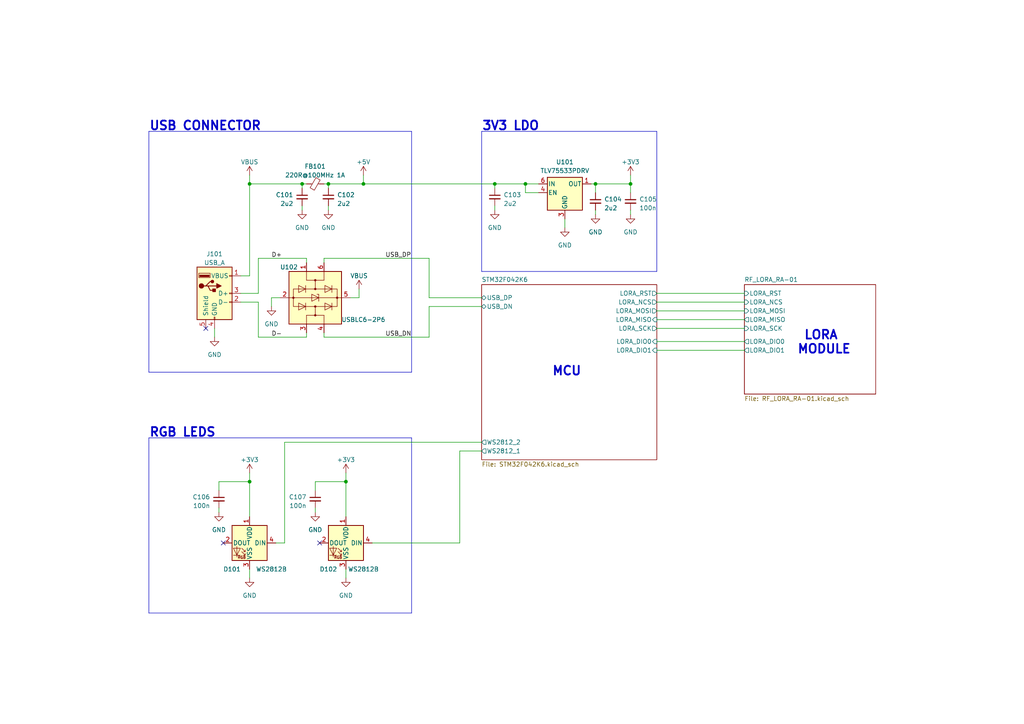
<source format=kicad_sch>
(kicad_sch (version 20230121) (generator eeschema)

  (uuid cf42f967-0844-484f-bf53-f60880719bcc)

  (paper "A4")

  (title_block
    (title "Longle")
    (date "2023-06-22")
    (rev "1.0")
    (company "ReFab Tech")
  )

  (lib_symbols
    (symbol "Connector:USB_A" (pin_names (offset 1.016)) (in_bom yes) (on_board yes)
      (property "Reference" "J" (at -5.08 11.43 0)
        (effects (font (size 1.27 1.27)) (justify left))
      )
      (property "Value" "USB_A" (at -5.08 8.89 0)
        (effects (font (size 1.27 1.27)) (justify left))
      )
      (property "Footprint" "" (at 3.81 -1.27 0)
        (effects (font (size 1.27 1.27)) hide)
      )
      (property "Datasheet" " ~" (at 3.81 -1.27 0)
        (effects (font (size 1.27 1.27)) hide)
      )
      (property "ki_keywords" "connector USB" (at 0 0 0)
        (effects (font (size 1.27 1.27)) hide)
      )
      (property "ki_description" "USB Type A connector" (at 0 0 0)
        (effects (font (size 1.27 1.27)) hide)
      )
      (property "ki_fp_filters" "USB*" (at 0 0 0)
        (effects (font (size 1.27 1.27)) hide)
      )
      (symbol "USB_A_0_1"
        (rectangle (start -5.08 -7.62) (end 5.08 7.62)
          (stroke (width 0.254) (type default))
          (fill (type background))
        )
        (circle (center -3.81 2.159) (radius 0.635)
          (stroke (width 0.254) (type default))
          (fill (type outline))
        )
        (rectangle (start -1.524 4.826) (end -4.318 5.334)
          (stroke (width 0) (type default))
          (fill (type outline))
        )
        (rectangle (start -1.27 4.572) (end -4.572 5.842)
          (stroke (width 0) (type default))
          (fill (type none))
        )
        (circle (center -0.635 3.429) (radius 0.381)
          (stroke (width 0.254) (type default))
          (fill (type outline))
        )
        (rectangle (start -0.127 -7.62) (end 0.127 -6.858)
          (stroke (width 0) (type default))
          (fill (type none))
        )
        (polyline
          (pts
            (xy -3.175 2.159)
            (xy -2.54 2.159)
            (xy -1.27 3.429)
            (xy -0.635 3.429)
          )
          (stroke (width 0.254) (type default))
          (fill (type none))
        )
        (polyline
          (pts
            (xy -2.54 2.159)
            (xy -1.905 2.159)
            (xy -1.27 0.889)
            (xy 0 0.889)
          )
          (stroke (width 0.254) (type default))
          (fill (type none))
        )
        (polyline
          (pts
            (xy 0.635 2.794)
            (xy 0.635 1.524)
            (xy 1.905 2.159)
            (xy 0.635 2.794)
          )
          (stroke (width 0.254) (type default))
          (fill (type outline))
        )
        (rectangle (start 0.254 1.27) (end -0.508 0.508)
          (stroke (width 0.254) (type default))
          (fill (type outline))
        )
        (rectangle (start 5.08 -2.667) (end 4.318 -2.413)
          (stroke (width 0) (type default))
          (fill (type none))
        )
        (rectangle (start 5.08 -0.127) (end 4.318 0.127)
          (stroke (width 0) (type default))
          (fill (type none))
        )
        (rectangle (start 5.08 4.953) (end 4.318 5.207)
          (stroke (width 0) (type default))
          (fill (type none))
        )
      )
      (symbol "USB_A_1_1"
        (polyline
          (pts
            (xy -1.905 2.159)
            (xy 0.635 2.159)
          )
          (stroke (width 0.254) (type default))
          (fill (type none))
        )
        (pin power_in line (at 7.62 5.08 180) (length 2.54)
          (name "VBUS" (effects (font (size 1.27 1.27))))
          (number "1" (effects (font (size 1.27 1.27))))
        )
        (pin bidirectional line (at 7.62 -2.54 180) (length 2.54)
          (name "D-" (effects (font (size 1.27 1.27))))
          (number "2" (effects (font (size 1.27 1.27))))
        )
        (pin bidirectional line (at 7.62 0 180) (length 2.54)
          (name "D+" (effects (font (size 1.27 1.27))))
          (number "3" (effects (font (size 1.27 1.27))))
        )
        (pin power_in line (at 0 -10.16 90) (length 2.54)
          (name "GND" (effects (font (size 1.27 1.27))))
          (number "4" (effects (font (size 1.27 1.27))))
        )
        (pin passive line (at -2.54 -10.16 90) (length 2.54)
          (name "Shield" (effects (font (size 1.27 1.27))))
          (number "5" (effects (font (size 1.27 1.27))))
        )
      )
    )
    (symbol "Device:C_Small" (pin_numbers hide) (pin_names (offset 0.254) hide) (in_bom yes) (on_board yes)
      (property "Reference" "C" (at 0.254 1.778 0)
        (effects (font (size 1.27 1.27)) (justify left))
      )
      (property "Value" "C_Small" (at 0.254 -2.032 0)
        (effects (font (size 1.27 1.27)) (justify left))
      )
      (property "Footprint" "" (at 0 0 0)
        (effects (font (size 1.27 1.27)) hide)
      )
      (property "Datasheet" "~" (at 0 0 0)
        (effects (font (size 1.27 1.27)) hide)
      )
      (property "ki_keywords" "capacitor cap" (at 0 0 0)
        (effects (font (size 1.27 1.27)) hide)
      )
      (property "ki_description" "Unpolarized capacitor, small symbol" (at 0 0 0)
        (effects (font (size 1.27 1.27)) hide)
      )
      (property "ki_fp_filters" "C_*" (at 0 0 0)
        (effects (font (size 1.27 1.27)) hide)
      )
      (symbol "C_Small_0_1"
        (polyline
          (pts
            (xy -1.524 -0.508)
            (xy 1.524 -0.508)
          )
          (stroke (width 0.3302) (type default))
          (fill (type none))
        )
        (polyline
          (pts
            (xy -1.524 0.508)
            (xy 1.524 0.508)
          )
          (stroke (width 0.3048) (type default))
          (fill (type none))
        )
      )
      (symbol "C_Small_1_1"
        (pin passive line (at 0 2.54 270) (length 2.032)
          (name "~" (effects (font (size 1.27 1.27))))
          (number "1" (effects (font (size 1.27 1.27))))
        )
        (pin passive line (at 0 -2.54 90) (length 2.032)
          (name "~" (effects (font (size 1.27 1.27))))
          (number "2" (effects (font (size 1.27 1.27))))
        )
      )
    )
    (symbol "Device:FerriteBead_Small" (pin_numbers hide) (pin_names (offset 0)) (in_bom yes) (on_board yes)
      (property "Reference" "FB" (at 1.905 1.27 0)
        (effects (font (size 1.27 1.27)) (justify left))
      )
      (property "Value" "FerriteBead_Small" (at 1.905 -1.27 0)
        (effects (font (size 1.27 1.27)) (justify left))
      )
      (property "Footprint" "" (at -1.778 0 90)
        (effects (font (size 1.27 1.27)) hide)
      )
      (property "Datasheet" "~" (at 0 0 0)
        (effects (font (size 1.27 1.27)) hide)
      )
      (property "ki_keywords" "L ferrite bead inductor filter" (at 0 0 0)
        (effects (font (size 1.27 1.27)) hide)
      )
      (property "ki_description" "Ferrite bead, small symbol" (at 0 0 0)
        (effects (font (size 1.27 1.27)) hide)
      )
      (property "ki_fp_filters" "Inductor_* L_* *Ferrite*" (at 0 0 0)
        (effects (font (size 1.27 1.27)) hide)
      )
      (symbol "FerriteBead_Small_0_1"
        (polyline
          (pts
            (xy 0 -1.27)
            (xy 0 -0.7874)
          )
          (stroke (width 0) (type default))
          (fill (type none))
        )
        (polyline
          (pts
            (xy 0 0.889)
            (xy 0 1.2954)
          )
          (stroke (width 0) (type default))
          (fill (type none))
        )
        (polyline
          (pts
            (xy -1.8288 0.2794)
            (xy -1.1176 1.4986)
            (xy 1.8288 -0.2032)
            (xy 1.1176 -1.4224)
            (xy -1.8288 0.2794)
          )
          (stroke (width 0) (type default))
          (fill (type none))
        )
      )
      (symbol "FerriteBead_Small_1_1"
        (pin passive line (at 0 2.54 270) (length 1.27)
          (name "~" (effects (font (size 1.27 1.27))))
          (number "1" (effects (font (size 1.27 1.27))))
        )
        (pin passive line (at 0 -2.54 90) (length 1.27)
          (name "~" (effects (font (size 1.27 1.27))))
          (number "2" (effects (font (size 1.27 1.27))))
        )
      )
    )
    (symbol "LED:WS2812B" (pin_names (offset 0.254)) (in_bom yes) (on_board yes)
      (property "Reference" "D" (at 5.08 5.715 0)
        (effects (font (size 1.27 1.27)) (justify right bottom))
      )
      (property "Value" "WS2812B" (at 1.27 -5.715 0)
        (effects (font (size 1.27 1.27)) (justify left top))
      )
      (property "Footprint" "LED_SMD:LED_WS2812B_PLCC4_5.0x5.0mm_P3.2mm" (at 1.27 -7.62 0)
        (effects (font (size 1.27 1.27)) (justify left top) hide)
      )
      (property "Datasheet" "https://cdn-shop.adafruit.com/datasheets/WS2812B.pdf" (at 2.54 -9.525 0)
        (effects (font (size 1.27 1.27)) (justify left top) hide)
      )
      (property "ki_keywords" "RGB LED NeoPixel addressable" (at 0 0 0)
        (effects (font (size 1.27 1.27)) hide)
      )
      (property "ki_description" "RGB LED with integrated controller" (at 0 0 0)
        (effects (font (size 1.27 1.27)) hide)
      )
      (property "ki_fp_filters" "LED*WS2812*PLCC*5.0x5.0mm*P3.2mm*" (at 0 0 0)
        (effects (font (size 1.27 1.27)) hide)
      )
      (symbol "WS2812B_0_0"
        (text "RGB" (at 2.286 -4.191 0)
          (effects (font (size 0.762 0.762)))
        )
      )
      (symbol "WS2812B_0_1"
        (polyline
          (pts
            (xy 1.27 -3.556)
            (xy 1.778 -3.556)
          )
          (stroke (width 0) (type default))
          (fill (type none))
        )
        (polyline
          (pts
            (xy 1.27 -2.54)
            (xy 1.778 -2.54)
          )
          (stroke (width 0) (type default))
          (fill (type none))
        )
        (polyline
          (pts
            (xy 4.699 -3.556)
            (xy 2.667 -3.556)
          )
          (stroke (width 0) (type default))
          (fill (type none))
        )
        (polyline
          (pts
            (xy 2.286 -2.54)
            (xy 1.27 -3.556)
            (xy 1.27 -3.048)
          )
          (stroke (width 0) (type default))
          (fill (type none))
        )
        (polyline
          (pts
            (xy 2.286 -1.524)
            (xy 1.27 -2.54)
            (xy 1.27 -2.032)
          )
          (stroke (width 0) (type default))
          (fill (type none))
        )
        (polyline
          (pts
            (xy 3.683 -1.016)
            (xy 3.683 -3.556)
            (xy 3.683 -4.064)
          )
          (stroke (width 0) (type default))
          (fill (type none))
        )
        (polyline
          (pts
            (xy 4.699 -1.524)
            (xy 2.667 -1.524)
            (xy 3.683 -3.556)
            (xy 4.699 -1.524)
          )
          (stroke (width 0) (type default))
          (fill (type none))
        )
        (rectangle (start 5.08 5.08) (end -5.08 -5.08)
          (stroke (width 0.254) (type default))
          (fill (type background))
        )
      )
      (symbol "WS2812B_1_1"
        (pin power_in line (at 0 7.62 270) (length 2.54)
          (name "VDD" (effects (font (size 1.27 1.27))))
          (number "1" (effects (font (size 1.27 1.27))))
        )
        (pin output line (at 7.62 0 180) (length 2.54)
          (name "DOUT" (effects (font (size 1.27 1.27))))
          (number "2" (effects (font (size 1.27 1.27))))
        )
        (pin power_in line (at 0 -7.62 90) (length 2.54)
          (name "VSS" (effects (font (size 1.27 1.27))))
          (number "3" (effects (font (size 1.27 1.27))))
        )
        (pin input line (at -7.62 0 0) (length 2.54)
          (name "DIN" (effects (font (size 1.27 1.27))))
          (number "4" (effects (font (size 1.27 1.27))))
        )
      )
    )
    (symbol "Power_Protection:USBLC6-2P6" (pin_names hide) (in_bom yes) (on_board yes)
      (property "Reference" "U" (at 2.54 8.89 0)
        (effects (font (size 1.27 1.27)) (justify left))
      )
      (property "Value" "USBLC6-2P6" (at 2.54 -8.89 0)
        (effects (font (size 1.27 1.27)) (justify left))
      )
      (property "Footprint" "Package_TO_SOT_SMD:SOT-666" (at 0 -12.7 0)
        (effects (font (size 1.27 1.27)) hide)
      )
      (property "Datasheet" "https://www.st.com/resource/en/datasheet/usblc6-2.pdf" (at 5.08 8.89 0)
        (effects (font (size 1.27 1.27)) hide)
      )
      (property "ki_keywords" "usb ethernet video" (at 0 0 0)
        (effects (font (size 1.27 1.27)) hide)
      )
      (property "ki_description" "Very low capacitance ESD protection diode, 2 data-line, SOT-666" (at 0 0 0)
        (effects (font (size 1.27 1.27)) hide)
      )
      (property "ki_fp_filters" "SOT?666*" (at 0 0 0)
        (effects (font (size 1.27 1.27)) hide)
      )
      (symbol "USBLC6-2P6_0_1"
        (rectangle (start -7.62 -7.62) (end 7.62 7.62)
          (stroke (width 0.254) (type default))
          (fill (type background))
        )
        (circle (center -5.08 0) (radius 0.254)
          (stroke (width 0) (type default))
          (fill (type outline))
        )
        (circle (center -2.54 0) (radius 0.254)
          (stroke (width 0) (type default))
          (fill (type outline))
        )
        (rectangle (start -2.54 6.35) (end 2.54 -6.35)
          (stroke (width 0) (type default))
          (fill (type none))
        )
        (circle (center 0 -6.35) (radius 0.254)
          (stroke (width 0) (type default))
          (fill (type outline))
        )
        (polyline
          (pts
            (xy -5.08 -2.54)
            (xy -7.62 -2.54)
          )
          (stroke (width 0) (type default))
          (fill (type none))
        )
        (polyline
          (pts
            (xy -5.08 0)
            (xy -5.08 -2.54)
          )
          (stroke (width 0) (type default))
          (fill (type none))
        )
        (polyline
          (pts
            (xy -5.08 2.54)
            (xy -7.62 2.54)
          )
          (stroke (width 0) (type default))
          (fill (type none))
        )
        (polyline
          (pts
            (xy -1.524 -2.794)
            (xy -3.556 -2.794)
          )
          (stroke (width 0) (type default))
          (fill (type none))
        )
        (polyline
          (pts
            (xy -1.524 4.826)
            (xy -3.556 4.826)
          )
          (stroke (width 0) (type default))
          (fill (type none))
        )
        (polyline
          (pts
            (xy 0 -7.62)
            (xy 0 -6.35)
          )
          (stroke (width 0) (type default))
          (fill (type none))
        )
        (polyline
          (pts
            (xy 0 -6.35)
            (xy 0 1.27)
          )
          (stroke (width 0) (type default))
          (fill (type none))
        )
        (polyline
          (pts
            (xy 0 1.27)
            (xy 0 6.35)
          )
          (stroke (width 0) (type default))
          (fill (type none))
        )
        (polyline
          (pts
            (xy 0 6.35)
            (xy 0 7.62)
          )
          (stroke (width 0) (type default))
          (fill (type none))
        )
        (polyline
          (pts
            (xy 1.524 -2.794)
            (xy 3.556 -2.794)
          )
          (stroke (width 0) (type default))
          (fill (type none))
        )
        (polyline
          (pts
            (xy 1.524 4.826)
            (xy 3.556 4.826)
          )
          (stroke (width 0) (type default))
          (fill (type none))
        )
        (polyline
          (pts
            (xy 5.08 -2.54)
            (xy 7.62 -2.54)
          )
          (stroke (width 0) (type default))
          (fill (type none))
        )
        (polyline
          (pts
            (xy 5.08 0)
            (xy 5.08 -2.54)
          )
          (stroke (width 0) (type default))
          (fill (type none))
        )
        (polyline
          (pts
            (xy 5.08 2.54)
            (xy 7.62 2.54)
          )
          (stroke (width 0) (type default))
          (fill (type none))
        )
        (polyline
          (pts
            (xy -2.54 0)
            (xy -5.08 0)
            (xy -5.08 2.54)
          )
          (stroke (width 0) (type default))
          (fill (type none))
        )
        (polyline
          (pts
            (xy 2.54 0)
            (xy 5.08 0)
            (xy 5.08 2.54)
          )
          (stroke (width 0) (type default))
          (fill (type none))
        )
        (polyline
          (pts
            (xy -3.556 -4.826)
            (xy -1.524 -4.826)
            (xy -2.54 -2.794)
            (xy -3.556 -4.826)
          )
          (stroke (width 0) (type default))
          (fill (type none))
        )
        (polyline
          (pts
            (xy -3.556 2.794)
            (xy -1.524 2.794)
            (xy -2.54 4.826)
            (xy -3.556 2.794)
          )
          (stroke (width 0) (type default))
          (fill (type none))
        )
        (polyline
          (pts
            (xy -1.016 -1.016)
            (xy 1.016 -1.016)
            (xy 0 1.016)
            (xy -1.016 -1.016)
          )
          (stroke (width 0) (type default))
          (fill (type none))
        )
        (polyline
          (pts
            (xy 1.016 1.016)
            (xy 0.762 1.016)
            (xy -1.016 1.016)
            (xy -1.016 0.508)
          )
          (stroke (width 0) (type default))
          (fill (type none))
        )
        (polyline
          (pts
            (xy 3.556 -4.826)
            (xy 1.524 -4.826)
            (xy 2.54 -2.794)
            (xy 3.556 -4.826)
          )
          (stroke (width 0) (type default))
          (fill (type none))
        )
        (polyline
          (pts
            (xy 3.556 2.794)
            (xy 1.524 2.794)
            (xy 2.54 4.826)
            (xy 3.556 2.794)
          )
          (stroke (width 0) (type default))
          (fill (type none))
        )
        (circle (center 0 6.35) (radius 0.254)
          (stroke (width 0) (type default))
          (fill (type outline))
        )
        (circle (center 2.54 0) (radius 0.254)
          (stroke (width 0) (type default))
          (fill (type outline))
        )
        (circle (center 5.08 0) (radius 0.254)
          (stroke (width 0) (type default))
          (fill (type outline))
        )
      )
      (symbol "USBLC6-2P6_1_1"
        (pin passive line (at -10.16 -2.54 0) (length 2.54)
          (name "I/O1" (effects (font (size 1.27 1.27))))
          (number "1" (effects (font (size 1.27 1.27))))
        )
        (pin passive line (at 0 -10.16 90) (length 2.54)
          (name "GND" (effects (font (size 1.27 1.27))))
          (number "2" (effects (font (size 1.27 1.27))))
        )
        (pin passive line (at 10.16 -2.54 180) (length 2.54)
          (name "I/O2" (effects (font (size 1.27 1.27))))
          (number "3" (effects (font (size 1.27 1.27))))
        )
        (pin passive line (at 10.16 2.54 180) (length 2.54)
          (name "I/O2" (effects (font (size 1.27 1.27))))
          (number "4" (effects (font (size 1.27 1.27))))
        )
        (pin passive line (at 0 10.16 270) (length 2.54)
          (name "VBUS" (effects (font (size 1.27 1.27))))
          (number "5" (effects (font (size 1.27 1.27))))
        )
        (pin passive line (at -10.16 2.54 0) (length 2.54)
          (name "I/O1" (effects (font (size 1.27 1.27))))
          (number "6" (effects (font (size 1.27 1.27))))
        )
      )
    )
    (symbol "Regulator_Linear:TLV75533PDRV" (pin_names (offset 0.254)) (in_bom yes) (on_board yes)
      (property "Reference" "U" (at -3.81 5.715 0)
        (effects (font (size 1.27 1.27)))
      )
      (property "Value" "TLV75533PDRV" (at 0 5.715 0)
        (effects (font (size 1.27 1.27)) (justify left))
      )
      (property "Footprint" "Package_SON:WSON-6-1EP_2x2mm_P0.65mm_EP1x1.6mm" (at 0 8.255 0)
        (effects (font (size 1.27 1.27) italic) hide)
      )
      (property "Datasheet" "http://www.ti.com/lit/ds/symlink/tlv755p.pdf" (at 0 1.27 0)
        (effects (font (size 1.27 1.27)) hide)
      )
      (property "ki_keywords" "LDO Regulator Fixed Positive" (at 0 0 0)
        (effects (font (size 1.27 1.27)) hide)
      )
      (property "ki_description" "500mA Low Dropout Voltage Regulator, Fixed Output 3.3V, WSON6" (at 0 0 0)
        (effects (font (size 1.27 1.27)) hide)
      )
      (property "ki_fp_filters" "WSON*1EP*2x2mm*P0.65mm*" (at 0 0 0)
        (effects (font (size 1.27 1.27)) hide)
      )
      (symbol "TLV75533PDRV_0_1"
        (rectangle (start -5.08 4.445) (end 5.08 -5.08)
          (stroke (width 0.254) (type default))
          (fill (type background))
        )
      )
      (symbol "TLV75533PDRV_1_1"
        (pin power_out line (at 7.62 2.54 180) (length 2.54)
          (name "OUT" (effects (font (size 1.27 1.27))))
          (number "1" (effects (font (size 1.27 1.27))))
        )
        (pin no_connect line (at 5.08 0 180) (length 2.54) hide
          (name "NC" (effects (font (size 1.27 1.27))))
          (number "2" (effects (font (size 1.27 1.27))))
        )
        (pin power_in line (at 0 -7.62 90) (length 2.54)
          (name "GND" (effects (font (size 1.27 1.27))))
          (number "3" (effects (font (size 1.27 1.27))))
        )
        (pin input line (at -7.62 0 0) (length 2.54)
          (name "EN" (effects (font (size 1.27 1.27))))
          (number "4" (effects (font (size 1.27 1.27))))
        )
        (pin no_connect line (at 5.08 -2.54 180) (length 2.54) hide
          (name "NC" (effects (font (size 1.27 1.27))))
          (number "5" (effects (font (size 1.27 1.27))))
        )
        (pin power_in line (at -7.62 2.54 0) (length 2.54)
          (name "IN" (effects (font (size 1.27 1.27))))
          (number "6" (effects (font (size 1.27 1.27))))
        )
        (pin passive line (at 0 -7.62 90) (length 2.54) hide
          (name "GND" (effects (font (size 1.27 1.27))))
          (number "7" (effects (font (size 1.27 1.27))))
        )
      )
    )
    (symbol "power:+3V3" (power) (pin_names (offset 0)) (in_bom yes) (on_board yes)
      (property "Reference" "#PWR" (at 0 -3.81 0)
        (effects (font (size 1.27 1.27)) hide)
      )
      (property "Value" "+3V3" (at 0 3.556 0)
        (effects (font (size 1.27 1.27)))
      )
      (property "Footprint" "" (at 0 0 0)
        (effects (font (size 1.27 1.27)) hide)
      )
      (property "Datasheet" "" (at 0 0 0)
        (effects (font (size 1.27 1.27)) hide)
      )
      (property "ki_keywords" "global power" (at 0 0 0)
        (effects (font (size 1.27 1.27)) hide)
      )
      (property "ki_description" "Power symbol creates a global label with name \"+3V3\"" (at 0 0 0)
        (effects (font (size 1.27 1.27)) hide)
      )
      (symbol "+3V3_0_1"
        (polyline
          (pts
            (xy -0.762 1.27)
            (xy 0 2.54)
          )
          (stroke (width 0) (type default))
          (fill (type none))
        )
        (polyline
          (pts
            (xy 0 0)
            (xy 0 2.54)
          )
          (stroke (width 0) (type default))
          (fill (type none))
        )
        (polyline
          (pts
            (xy 0 2.54)
            (xy 0.762 1.27)
          )
          (stroke (width 0) (type default))
          (fill (type none))
        )
      )
      (symbol "+3V3_1_1"
        (pin power_in line (at 0 0 90) (length 0) hide
          (name "+3V3" (effects (font (size 1.27 1.27))))
          (number "1" (effects (font (size 1.27 1.27))))
        )
      )
    )
    (symbol "power:+5V" (power) (pin_names (offset 0)) (in_bom yes) (on_board yes)
      (property "Reference" "#PWR" (at 0 -3.81 0)
        (effects (font (size 1.27 1.27)) hide)
      )
      (property "Value" "+5V" (at 0 3.556 0)
        (effects (font (size 1.27 1.27)))
      )
      (property "Footprint" "" (at 0 0 0)
        (effects (font (size 1.27 1.27)) hide)
      )
      (property "Datasheet" "" (at 0 0 0)
        (effects (font (size 1.27 1.27)) hide)
      )
      (property "ki_keywords" "global power" (at 0 0 0)
        (effects (font (size 1.27 1.27)) hide)
      )
      (property "ki_description" "Power symbol creates a global label with name \"+5V\"" (at 0 0 0)
        (effects (font (size 1.27 1.27)) hide)
      )
      (symbol "+5V_0_1"
        (polyline
          (pts
            (xy -0.762 1.27)
            (xy 0 2.54)
          )
          (stroke (width 0) (type default))
          (fill (type none))
        )
        (polyline
          (pts
            (xy 0 0)
            (xy 0 2.54)
          )
          (stroke (width 0) (type default))
          (fill (type none))
        )
        (polyline
          (pts
            (xy 0 2.54)
            (xy 0.762 1.27)
          )
          (stroke (width 0) (type default))
          (fill (type none))
        )
      )
      (symbol "+5V_1_1"
        (pin power_in line (at 0 0 90) (length 0) hide
          (name "+5V" (effects (font (size 1.27 1.27))))
          (number "1" (effects (font (size 1.27 1.27))))
        )
      )
    )
    (symbol "power:GND" (power) (pin_names (offset 0)) (in_bom yes) (on_board yes)
      (property "Reference" "#PWR" (at 0 -6.35 0)
        (effects (font (size 1.27 1.27)) hide)
      )
      (property "Value" "GND" (at 0 -3.81 0)
        (effects (font (size 1.27 1.27)))
      )
      (property "Footprint" "" (at 0 0 0)
        (effects (font (size 1.27 1.27)) hide)
      )
      (property "Datasheet" "" (at 0 0 0)
        (effects (font (size 1.27 1.27)) hide)
      )
      (property "ki_keywords" "global power" (at 0 0 0)
        (effects (font (size 1.27 1.27)) hide)
      )
      (property "ki_description" "Power symbol creates a global label with name \"GND\" , ground" (at 0 0 0)
        (effects (font (size 1.27 1.27)) hide)
      )
      (symbol "GND_0_1"
        (polyline
          (pts
            (xy 0 0)
            (xy 0 -1.27)
            (xy 1.27 -1.27)
            (xy 0 -2.54)
            (xy -1.27 -1.27)
            (xy 0 -1.27)
          )
          (stroke (width 0) (type default))
          (fill (type none))
        )
      )
      (symbol "GND_1_1"
        (pin power_in line (at 0 0 270) (length 0) hide
          (name "GND" (effects (font (size 1.27 1.27))))
          (number "1" (effects (font (size 1.27 1.27))))
        )
      )
    )
    (symbol "power:VBUS" (power) (pin_names (offset 0)) (in_bom yes) (on_board yes)
      (property "Reference" "#PWR" (at 0 -3.81 0)
        (effects (font (size 1.27 1.27)) hide)
      )
      (property "Value" "VBUS" (at 0 3.81 0)
        (effects (font (size 1.27 1.27)))
      )
      (property "Footprint" "" (at 0 0 0)
        (effects (font (size 1.27 1.27)) hide)
      )
      (property "Datasheet" "" (at 0 0 0)
        (effects (font (size 1.27 1.27)) hide)
      )
      (property "ki_keywords" "global power" (at 0 0 0)
        (effects (font (size 1.27 1.27)) hide)
      )
      (property "ki_description" "Power symbol creates a global label with name \"VBUS\"" (at 0 0 0)
        (effects (font (size 1.27 1.27)) hide)
      )
      (symbol "VBUS_0_1"
        (polyline
          (pts
            (xy -0.762 1.27)
            (xy 0 2.54)
          )
          (stroke (width 0) (type default))
          (fill (type none))
        )
        (polyline
          (pts
            (xy 0 0)
            (xy 0 2.54)
          )
          (stroke (width 0) (type default))
          (fill (type none))
        )
        (polyline
          (pts
            (xy 0 2.54)
            (xy 0.762 1.27)
          )
          (stroke (width 0) (type default))
          (fill (type none))
        )
      )
      (symbol "VBUS_1_1"
        (pin power_in line (at 0 0 90) (length 0) hide
          (name "VBUS" (effects (font (size 1.27 1.27))))
          (number "1" (effects (font (size 1.27 1.27))))
        )
      )
    )
  )

  (junction (at 100.33 139.7) (diameter 0) (color 0 0 0 0)
    (uuid 17c1485c-f2c9-4f86-a2e1-ac05fa177dbf)
  )
  (junction (at 143.51 53.34) (diameter 0) (color 0 0 0 0)
    (uuid 1c970319-c309-4898-ac14-4103006ea974)
  )
  (junction (at 95.25 53.34) (diameter 0) (color 0 0 0 0)
    (uuid 5974b245-16f2-43fe-8254-3720b88b7212)
  )
  (junction (at 172.72 53.34) (diameter 0) (color 0 0 0 0)
    (uuid 5c238be7-65b9-4095-aebf-f40c55cdc936)
  )
  (junction (at 72.39 139.7) (diameter 0) (color 0 0 0 0)
    (uuid 7c38accc-60db-446a-b838-2813f970d6ec)
  )
  (junction (at 182.88 53.34) (diameter 0) (color 0 0 0 0)
    (uuid 88047bfc-138c-4af3-9673-80a1ce545832)
  )
  (junction (at 105.41 53.34) (diameter 0) (color 0 0 0 0)
    (uuid 9b4bedd1-6fda-49be-bbb7-6f81a47a2d81)
  )
  (junction (at 72.39 53.34) (diameter 0) (color 0 0 0 0)
    (uuid c8680d8b-f4c0-4c88-9b92-b832a3ca93f0)
  )
  (junction (at 87.63 53.34) (diameter 0) (color 0 0 0 0)
    (uuid dcd9bbcf-1b4a-4ae3-b365-91679f3f3378)
  )
  (junction (at 152.4 53.34) (diameter 0) (color 0 0 0 0)
    (uuid f62c6304-6ba5-4de0-a8f3-287d9fd12fc2)
  )

  (no_connect (at 64.77 157.48) (uuid 209cf9f6-dcf1-4561-aaa2-e15ce264289f))
  (no_connect (at 59.69 95.25) (uuid 306dcccb-e05b-4576-878c-573c85bf17b9))
  (no_connect (at 92.71 157.48) (uuid d9e2ec69-7938-48f4-84ae-b42520a3eb2d))

  (wire (pts (xy 101.6 86.36) (xy 104.14 86.36))
    (stroke (width 0) (type default))
    (uuid 08aca020-164d-453f-8ea8-8502fd2b63a7)
  )
  (wire (pts (xy 88.9 74.93) (xy 88.9 76.2))
    (stroke (width 0) (type default))
    (uuid 08ba36d6-e5bf-48af-80fc-a0247c4ebae1)
  )
  (wire (pts (xy 143.51 53.34) (xy 143.51 54.61))
    (stroke (width 0) (type default))
    (uuid 0d6275de-dd10-4ba1-b086-88e8410792e4)
  )
  (polyline (pts (xy 190.5 38.1) (xy 190.5 78.74))
    (stroke (width 0) (type default))
    (uuid 11ab8ade-9d9b-401a-a734-a3622078990b)
  )

  (wire (pts (xy 72.39 149.86) (xy 72.39 139.7))
    (stroke (width 0) (type default))
    (uuid 15fdea2c-5eb3-44c8-8bef-b6215732679f)
  )
  (polyline (pts (xy 119.38 177.8) (xy 43.18 177.8))
    (stroke (width 0) (type default))
    (uuid 1c9d5db2-0245-4f1c-a596-7a0d67184fb1)
  )

  (wire (pts (xy 72.39 165.1) (xy 72.39 167.64))
    (stroke (width 0) (type default))
    (uuid 1f21bb89-4601-4efb-84f3-37cb47fd4568)
  )
  (wire (pts (xy 91.44 148.59) (xy 91.44 147.32))
    (stroke (width 0) (type default))
    (uuid 23e86e07-8aa3-4bc2-98a9-9204d0480ffd)
  )
  (wire (pts (xy 72.39 139.7) (xy 63.5 139.7))
    (stroke (width 0) (type default))
    (uuid 24ccc93f-fea7-4848-8b0c-7a6bb97451de)
  )
  (wire (pts (xy 78.74 86.36) (xy 81.28 86.36))
    (stroke (width 0) (type default))
    (uuid 2a983d00-9d71-453c-9444-0fd2739cdf8c)
  )
  (wire (pts (xy 63.5 139.7) (xy 63.5 142.24))
    (stroke (width 0) (type default))
    (uuid 2d7a2a4e-25b2-4b84-afb0-631e62cb67a9)
  )
  (polyline (pts (xy 139.7 78.74) (xy 139.7 38.1))
    (stroke (width 0) (type default))
    (uuid 2d962c6d-8960-47c6-b466-8df76aeb7a1e)
  )

  (wire (pts (xy 100.33 165.1) (xy 100.33 167.64))
    (stroke (width 0) (type default))
    (uuid 35aaa80e-586b-4ad8-a7cb-3a28dcab58a2)
  )
  (wire (pts (xy 87.63 60.96) (xy 87.63 59.69))
    (stroke (width 0) (type default))
    (uuid 376c0784-6c90-47a2-b945-dc2d86ea59af)
  )
  (wire (pts (xy 69.85 87.63) (xy 74.93 87.63))
    (stroke (width 0) (type default))
    (uuid 37dc78c9-a31f-4137-9ace-2543469475c9)
  )
  (wire (pts (xy 72.39 50.8) (xy 72.39 53.34))
    (stroke (width 0) (type default))
    (uuid 382a7385-fd28-4a3f-b15f-d3e48704a398)
  )
  (polyline (pts (xy 43.18 177.8) (xy 43.18 127))
    (stroke (width 0) (type default))
    (uuid 3c33453b-83f1-41f4-a5c1-43f67387b130)
  )

  (wire (pts (xy 143.51 60.96) (xy 143.51 59.69))
    (stroke (width 0) (type default))
    (uuid 3cfc88f5-445e-4e38-b960-1e3fcfeac40c)
  )
  (wire (pts (xy 74.93 74.93) (xy 88.9 74.93))
    (stroke (width 0) (type default))
    (uuid 3d48cf58-8130-4925-8319-de5e14622b59)
  )
  (wire (pts (xy 190.5 95.25) (xy 215.9 95.25))
    (stroke (width 0) (type default))
    (uuid 40aea6a9-dba8-4cf5-8f0a-d937a9561512)
  )
  (wire (pts (xy 95.25 60.96) (xy 95.25 59.69))
    (stroke (width 0) (type default))
    (uuid 4bd609d5-444b-48d1-ab8d-a3a3002136de)
  )
  (wire (pts (xy 182.88 62.23) (xy 182.88 60.96))
    (stroke (width 0) (type default))
    (uuid 5051d718-2989-4a9d-96e7-382252c7ec2d)
  )
  (polyline (pts (xy 43.18 38.1) (xy 119.38 38.1))
    (stroke (width 0) (type default))
    (uuid 5b7ebea1-1e33-4259-acc7-f7c27a3523b4)
  )

  (wire (pts (xy 190.5 101.6) (xy 215.9 101.6))
    (stroke (width 0) (type default))
    (uuid 5e2a145c-d657-41b9-a8e8-2663156a9974)
  )
  (wire (pts (xy 133.35 130.81) (xy 139.7 130.81))
    (stroke (width 0) (type default))
    (uuid 5f159598-e9b6-4f14-a902-5d140bec1184)
  )
  (wire (pts (xy 143.51 53.34) (xy 152.4 53.34))
    (stroke (width 0) (type default))
    (uuid 60074e09-5015-41e3-b558-c1e0b39c2837)
  )
  (wire (pts (xy 87.63 53.34) (xy 88.9 53.34))
    (stroke (width 0) (type default))
    (uuid 61bcc3b4-6fa9-4af8-b94a-abe7857fbec5)
  )
  (polyline (pts (xy 43.18 127) (xy 119.38 127))
    (stroke (width 0) (type default))
    (uuid 63de5edb-4f38-4312-a339-35ed0a2ed732)
  )

  (wire (pts (xy 93.98 74.93) (xy 124.46 74.93))
    (stroke (width 0) (type default))
    (uuid 65dd4f14-9973-46c2-af6b-b7fcad805b59)
  )
  (wire (pts (xy 105.41 53.34) (xy 143.51 53.34))
    (stroke (width 0) (type default))
    (uuid 66029e0a-dc8d-423c-8db7-34f11581ab45)
  )
  (wire (pts (xy 100.33 137.16) (xy 100.33 139.7))
    (stroke (width 0) (type default))
    (uuid 6fe2cf2d-8a4e-40e9-a33d-84fc0be5743b)
  )
  (wire (pts (xy 74.93 87.63) (xy 74.93 97.79))
    (stroke (width 0) (type default))
    (uuid 768d01db-bb82-4394-af4b-0321771b818c)
  )
  (wire (pts (xy 104.14 86.36) (xy 104.14 83.82))
    (stroke (width 0) (type default))
    (uuid 79f8796e-8f2e-43d9-b0fd-9744f7700a9a)
  )
  (polyline (pts (xy 119.38 107.95) (xy 43.18 107.95))
    (stroke (width 0) (type default))
    (uuid 7cba0cb6-99c7-4474-9e8b-66b920913fe7)
  )
  (polyline (pts (xy 119.38 38.1) (xy 119.38 107.95))
    (stroke (width 0) (type default))
    (uuid 836239e9-a9ef-4235-aae5-1f8686f2bcd8)
  )

  (wire (pts (xy 93.98 97.79) (xy 124.46 97.79))
    (stroke (width 0) (type default))
    (uuid 847cacda-ba6d-417b-9b14-a25cb119a4ef)
  )
  (wire (pts (xy 93.98 97.79) (xy 93.98 96.52))
    (stroke (width 0) (type default))
    (uuid 873a33d2-6e50-4c90-96ff-98645a67ddb7)
  )
  (wire (pts (xy 91.44 139.7) (xy 91.44 142.24))
    (stroke (width 0) (type default))
    (uuid 87617d7e-99f2-4f38-8716-2f9d8b197ff2)
  )
  (wire (pts (xy 74.93 97.79) (xy 88.9 97.79))
    (stroke (width 0) (type default))
    (uuid 890beb7b-d177-4315-a736-df852d47e36c)
  )
  (wire (pts (xy 93.98 53.34) (xy 95.25 53.34))
    (stroke (width 0) (type default))
    (uuid 8cfb13f6-e3ca-49b1-8b61-09fcd64eadb9)
  )
  (wire (pts (xy 133.35 157.48) (xy 133.35 130.81))
    (stroke (width 0) (type default))
    (uuid 90562cb5-3fe5-45fb-826a-c0e64e6f7b0b)
  )
  (wire (pts (xy 124.46 74.93) (xy 124.46 86.36))
    (stroke (width 0) (type default))
    (uuid 9534d52a-7a9c-4410-9d21-35e3712bf3ad)
  )
  (wire (pts (xy 95.25 53.34) (xy 105.41 53.34))
    (stroke (width 0) (type default))
    (uuid 95fba694-c178-41e4-b4dc-ee30b0c91cfb)
  )
  (polyline (pts (xy 139.7 38.1) (xy 190.5 38.1))
    (stroke (width 0) (type default))
    (uuid 98a3dddf-36f2-4d64-a977-270a5d0e8b1e)
  )

  (wire (pts (xy 88.9 97.79) (xy 88.9 96.52))
    (stroke (width 0) (type default))
    (uuid 98a82f91-11e6-4b0d-b35b-ed6e297cd3c5)
  )
  (wire (pts (xy 82.55 157.48) (xy 80.01 157.48))
    (stroke (width 0) (type default))
    (uuid 9c147be6-7e82-4e48-9c58-b129bb65a06b)
  )
  (wire (pts (xy 190.5 92.71) (xy 215.9 92.71))
    (stroke (width 0) (type default))
    (uuid 9eb330ff-b755-43c6-99ee-0f9167376103)
  )
  (polyline (pts (xy 43.18 107.95) (xy 43.18 38.1))
    (stroke (width 0) (type default))
    (uuid 9f48876b-194c-4a69-9e74-e512eba3c908)
  )
  (polyline (pts (xy 119.38 127) (xy 119.38 177.8))
    (stroke (width 0) (type default))
    (uuid a27f2b61-44ee-4bab-93b9-131cf09eb504)
  )

  (wire (pts (xy 152.4 53.34) (xy 156.21 53.34))
    (stroke (width 0) (type default))
    (uuid a44fd0c3-4f44-4349-a4ce-79f8fc9fa5b0)
  )
  (wire (pts (xy 100.33 139.7) (xy 91.44 139.7))
    (stroke (width 0) (type default))
    (uuid a641a1de-0bd2-4b04-906c-abbb9bd17018)
  )
  (wire (pts (xy 93.98 74.93) (xy 93.98 76.2))
    (stroke (width 0) (type default))
    (uuid a6f0c9d9-940b-4124-a90e-dce5eabd57a3)
  )
  (wire (pts (xy 63.5 148.59) (xy 63.5 147.32))
    (stroke (width 0) (type default))
    (uuid a7d9b3c1-373b-4073-92e7-1e4fba8fdaf3)
  )
  (wire (pts (xy 190.5 87.63) (xy 215.9 87.63))
    (stroke (width 0) (type default))
    (uuid a9549f5a-0453-40fd-a6d4-dce51fde1340)
  )
  (wire (pts (xy 156.21 55.88) (xy 152.4 55.88))
    (stroke (width 0) (type default))
    (uuid aa58b458-b2af-43e4-8add-fc81aa695751)
  )
  (wire (pts (xy 72.39 80.01) (xy 69.85 80.01))
    (stroke (width 0) (type default))
    (uuid ac57b81f-cf5e-4867-93a0-457ed62ca772)
  )
  (wire (pts (xy 163.83 63.5) (xy 163.83 66.04))
    (stroke (width 0) (type default))
    (uuid b055f404-1aa2-4bb5-86b0-79d827e408a1)
  )
  (wire (pts (xy 105.41 50.8) (xy 105.41 53.34))
    (stroke (width 0) (type default))
    (uuid b09f715e-b6fc-4dcc-91dd-1fd7333292ca)
  )
  (wire (pts (xy 95.25 53.34) (xy 95.25 54.61))
    (stroke (width 0) (type default))
    (uuid b30cb69f-84f5-461a-9e04-7278d4db3ee3)
  )
  (wire (pts (xy 74.93 85.09) (xy 74.93 74.93))
    (stroke (width 0) (type default))
    (uuid b4b2ad86-553a-49f5-824b-2858d01372d2)
  )
  (wire (pts (xy 62.23 95.25) (xy 62.23 97.79))
    (stroke (width 0) (type default))
    (uuid b59ca16c-5254-4eac-93e0-0a70e59a5fb2)
  )
  (polyline (pts (xy 190.5 78.74) (xy 139.7 78.74))
    (stroke (width 0) (type default))
    (uuid b605a25d-a5b1-4f03-ae67-a29e1572e14e)
  )

  (wire (pts (xy 107.95 157.48) (xy 133.35 157.48))
    (stroke (width 0) (type default))
    (uuid b8c9d6ff-2bbd-4a56-9b43-2b298a24820b)
  )
  (wire (pts (xy 124.46 97.79) (xy 124.46 88.9))
    (stroke (width 0) (type default))
    (uuid ba846187-47bc-452f-810c-9e8fec634ad9)
  )
  (wire (pts (xy 152.4 55.88) (xy 152.4 53.34))
    (stroke (width 0) (type default))
    (uuid bd3b4532-2913-4c38-8447-dd729e090074)
  )
  (wire (pts (xy 124.46 86.36) (xy 139.7 86.36))
    (stroke (width 0) (type default))
    (uuid bea18973-aa77-4cab-82a5-42f4e8ffd5ab)
  )
  (wire (pts (xy 190.5 85.09) (xy 215.9 85.09))
    (stroke (width 0) (type default))
    (uuid c9249d59-0ac0-4d4a-b34e-a0260c7004a6)
  )
  (wire (pts (xy 172.72 62.23) (xy 172.72 60.96))
    (stroke (width 0) (type default))
    (uuid c965c82d-8c69-46fd-a049-07a08ef9801a)
  )
  (wire (pts (xy 182.88 53.34) (xy 182.88 55.88))
    (stroke (width 0) (type default))
    (uuid cb288c4f-89b1-4b38-bb19-0c1051ed4ce7)
  )
  (wire (pts (xy 72.39 53.34) (xy 87.63 53.34))
    (stroke (width 0) (type default))
    (uuid cb4d5922-edd2-426e-8be1-a878be2aa55d)
  )
  (wire (pts (xy 124.46 88.9) (xy 139.7 88.9))
    (stroke (width 0) (type default))
    (uuid cdbca7e0-5fc3-4d3d-871a-b6ef41b8f017)
  )
  (wire (pts (xy 172.72 53.34) (xy 182.88 53.34))
    (stroke (width 0) (type default))
    (uuid cde91c06-c2f4-4808-b188-a9099fe1b427)
  )
  (wire (pts (xy 87.63 54.61) (xy 87.63 53.34))
    (stroke (width 0) (type default))
    (uuid de2ac9b0-e73f-4377-bd9e-fe35f76bdfca)
  )
  (wire (pts (xy 100.33 139.7) (xy 100.33 149.86))
    (stroke (width 0) (type default))
    (uuid df4de24d-5e8c-48cb-9646-20dc6745d48c)
  )
  (wire (pts (xy 171.45 53.34) (xy 172.72 53.34))
    (stroke (width 0) (type default))
    (uuid dfb204ff-cdd9-4a3e-aa23-30e484adf35f)
  )
  (wire (pts (xy 69.85 85.09) (xy 74.93 85.09))
    (stroke (width 0) (type default))
    (uuid dfc883e1-9618-4157-a69b-93cf549a75d1)
  )
  (wire (pts (xy 78.74 88.9) (xy 78.74 86.36))
    (stroke (width 0) (type default))
    (uuid e030ff33-131f-4ecd-820b-819c136b4bcb)
  )
  (wire (pts (xy 72.39 137.16) (xy 72.39 139.7))
    (stroke (width 0) (type default))
    (uuid e543ef95-5695-41fa-b039-707465735eea)
  )
  (wire (pts (xy 139.7 128.27) (xy 82.55 128.27))
    (stroke (width 0) (type default))
    (uuid e70f7698-b637-4417-8f74-03fa78c20add)
  )
  (wire (pts (xy 190.5 90.17) (xy 215.9 90.17))
    (stroke (width 0) (type default))
    (uuid e811841c-c1bb-4184-b28b-6a9b0669a1b2)
  )
  (wire (pts (xy 172.72 53.34) (xy 172.72 55.88))
    (stroke (width 0) (type default))
    (uuid ed99cd53-f2ee-4bc4-a90f-ca8b16416157)
  )
  (wire (pts (xy 182.88 50.8) (xy 182.88 53.34))
    (stroke (width 0) (type default))
    (uuid ee810004-f9cb-48a8-9cda-7bfff2535913)
  )
  (wire (pts (xy 82.55 128.27) (xy 82.55 157.48))
    (stroke (width 0) (type default))
    (uuid f036e4f5-e905-4856-adbe-4b23a28b98da)
  )
  (wire (pts (xy 190.5 99.06) (xy 215.9 99.06))
    (stroke (width 0) (type default))
    (uuid fccf6935-7fac-48d5-9048-eefebe73e8e2)
  )
  (wire (pts (xy 72.39 53.34) (xy 72.39 80.01))
    (stroke (width 0) (type default))
    (uuid fe125405-67a9-4b76-a10a-fd4111d04ff0)
  )

  (text "USB CONNECTOR" (at 43.18 38.1 0)
    (effects (font (size 2.54 2.54) bold) (justify left bottom))
    (uuid 47bea915-3142-418f-bf26-d42cb680f4fc)
  )
  (text " LORA \nMODULE" (at 231.14 102.87 0)
    (effects (font (size 2.54 2.54) bold) (justify left bottom))
    (uuid 6ec9f34c-a1a7-45f7-9f9d-d9a3402571ee)
  )
  (text "RGB LEDS" (at 43.18 127 0)
    (effects (font (size 2.54 2.54) bold) (justify left bottom))
    (uuid 86045dc8-f54d-4ed2-a650-0dde01552c6e)
  )
  (text "MCU" (at 160.02 109.22 0)
    (effects (font (size 2.54 2.54) bold) (justify left bottom))
    (uuid ce1b724f-6c95-499f-abfd-333b35083313)
  )
  (text "3V3 LDO" (at 139.7 38.1 0)
    (effects (font (size 2.54 2.54) bold) (justify left bottom))
    (uuid d8f0583d-f2a8-414a-a8f9-728dec4baea6)
  )

  (label "USB_DP" (at 111.76 74.93 0) (fields_autoplaced)
    (effects (font (size 1.27 1.27)) (justify left bottom))
    (uuid 49b43666-d21d-495e-aa1c-e36852d3c6ff)
  )
  (label "D+" (at 78.74 74.93 0) (fields_autoplaced)
    (effects (font (size 1.27 1.27)) (justify left bottom))
    (uuid 7f07a03d-9025-4ba0-a42d-3c0b4e205f75)
  )
  (label "D-" (at 78.74 97.79 0) (fields_autoplaced)
    (effects (font (size 1.27 1.27)) (justify left bottom))
    (uuid 8195a19a-65d3-4ce4-ad08-6c57fddfe056)
  )
  (label "USB_DN" (at 111.76 97.79 0) (fields_autoplaced)
    (effects (font (size 1.27 1.27)) (justify left bottom))
    (uuid b3b06b9c-95a6-4ac0-835b-c2aa526d24f0)
  )

  (symbol (lib_id "Device:C_Small") (at 63.5 144.78 0) (mirror y) (unit 1)
    (in_bom yes) (on_board yes) (dnp no)
    (uuid 0a4573e3-42ce-470e-bbb7-9f93671c31b2)
    (property "Reference" "C106" (at 60.96 144.1513 0)
      (effects (font (size 1.27 1.27)) (justify left))
    )
    (property "Value" "100n" (at 60.96 146.6913 0)
      (effects (font (size 1.27 1.27)) (justify left))
    )
    (property "Footprint" "Capacitor_SMD:C_0402_1005Metric" (at 63.5 144.78 0)
      (effects (font (size 1.27 1.27)) hide)
    )
    (property "Datasheet" "~" (at 63.5 144.78 0)
      (effects (font (size 1.27 1.27)) hide)
    )
    (property "MANUFACTURER" "CCTC" (at 63.5 144.78 0)
      (effects (font (size 1.27 1.27)) hide)
    )
    (property "MPN" "TCC0402X7R104K160AT" (at 63.5 144.78 0)
      (effects (font (size 1.27 1.27)) hide)
    )
    (property "UNIT PRICE" "0.0009 " (at 63.5 144.78 0)
      (effects (font (size 1.27 1.27)) hide)
    )
    (property "VENDOR" "LCSC" (at 63.5 144.78 0)
      (effects (font (size 1.27 1.27)) hide)
    )
    (pin "1" (uuid 1b2207e3-d1ff-4731-ab30-63574f9d964d))
    (pin "2" (uuid ce3641f2-dfc7-4664-b065-fbcc18fb5f91))
    (instances
      (project "Longle"
        (path "/cf42f967-0844-484f-bf53-f60880719bcc"
          (reference "C106") (unit 1)
        )
      )
    )
  )

  (symbol (lib_id "Device:C_Small") (at 172.72 58.42 0) (unit 1)
    (in_bom yes) (on_board yes) (dnp no) (fields_autoplaced)
    (uuid 107f7785-13c5-430a-8e0e-eb4500bd58fd)
    (property "Reference" "C104" (at 175.26 57.7913 0)
      (effects (font (size 1.27 1.27)) (justify left))
    )
    (property "Value" "2u2" (at 175.26 60.3313 0)
      (effects (font (size 1.27 1.27)) (justify left))
    )
    (property "Footprint" "Capacitor_SMD:C_0402_1005Metric" (at 172.72 58.42 0)
      (effects (font (size 1.27 1.27)) hide)
    )
    (property "Datasheet" "~" (at 172.72 58.42 0)
      (effects (font (size 1.27 1.27)) hide)
    )
    (property "MANUFACTURER" "Samsung Electro-Mechanics" (at 172.72 58.42 0)
      (effects (font (size 1.27 1.27)) hide)
    )
    (property "MPN" "CL05A225MP5NSNC" (at 172.72 58.42 0)
      (effects (font (size 1.27 1.27)) hide)
    )
    (property "UNIT PRICE" "0.0038" (at 172.72 58.42 0)
      (effects (font (size 1.27 1.27)) hide)
    )
    (property "VENDOR" "LCSC" (at 172.72 58.42 0)
      (effects (font (size 1.27 1.27)) hide)
    )
    (pin "1" (uuid 82de7e27-02ad-4bb0-95a1-2d718b18771e))
    (pin "2" (uuid e81d09b6-e0a2-4aee-8686-294c34d84b2d))
    (instances
      (project "Longle"
        (path "/cf42f967-0844-484f-bf53-f60880719bcc"
          (reference "C104") (unit 1)
        )
      )
    )
  )

  (symbol (lib_id "power:+3V3") (at 100.33 137.16 0) (mirror y) (unit 1)
    (in_bom yes) (on_board yes) (dnp no) (fields_autoplaced)
    (uuid 1d5e302d-335c-4f11-ad93-aaae7c0e7104)
    (property "Reference" "#PWR0114" (at 100.33 140.97 0)
      (effects (font (size 1.27 1.27)) hide)
    )
    (property "Value" "+3V3" (at 100.33 133.35 0)
      (effects (font (size 1.27 1.27)))
    )
    (property "Footprint" "" (at 100.33 137.16 0)
      (effects (font (size 1.27 1.27)) hide)
    )
    (property "Datasheet" "" (at 100.33 137.16 0)
      (effects (font (size 1.27 1.27)) hide)
    )
    (pin "1" (uuid a965e9ba-07a3-4e3d-891c-ac2919e50b83))
    (instances
      (project "Longle"
        (path "/cf42f967-0844-484f-bf53-f60880719bcc"
          (reference "#PWR0114") (unit 1)
        )
      )
    )
  )

  (symbol (lib_id "power:GND") (at 78.74 88.9 0) (unit 1)
    (in_bom yes) (on_board yes) (dnp no) (fields_autoplaced)
    (uuid 433583e0-4099-4ebd-ad14-82143ba907ee)
    (property "Reference" "#PWR0111" (at 78.74 95.25 0)
      (effects (font (size 1.27 1.27)) hide)
    )
    (property "Value" "GND" (at 78.74 93.98 0)
      (effects (font (size 1.27 1.27)))
    )
    (property "Footprint" "" (at 78.74 88.9 0)
      (effects (font (size 1.27 1.27)) hide)
    )
    (property "Datasheet" "" (at 78.74 88.9 0)
      (effects (font (size 1.27 1.27)) hide)
    )
    (pin "1" (uuid fb74e89b-ff17-4ce1-9ac7-c757165c1aff))
    (instances
      (project "Longle"
        (path "/cf42f967-0844-484f-bf53-f60880719bcc"
          (reference "#PWR0111") (unit 1)
        )
      )
    )
  )

  (symbol (lib_id "power:GND") (at 63.5 148.59 0) (unit 1)
    (in_bom yes) (on_board yes) (dnp no) (fields_autoplaced)
    (uuid 53f584b3-1f4f-43f1-b4e4-d0acf0b9e26c)
    (property "Reference" "#PWR0115" (at 63.5 154.94 0)
      (effects (font (size 1.27 1.27)) hide)
    )
    (property "Value" "GND" (at 63.5 153.67 0)
      (effects (font (size 1.27 1.27)))
    )
    (property "Footprint" "" (at 63.5 148.59 0)
      (effects (font (size 1.27 1.27)) hide)
    )
    (property "Datasheet" "" (at 63.5 148.59 0)
      (effects (font (size 1.27 1.27)) hide)
    )
    (pin "1" (uuid c44b935e-44c9-4a14-b381-64d7becf0891))
    (instances
      (project "Longle"
        (path "/cf42f967-0844-484f-bf53-f60880719bcc"
          (reference "#PWR0115") (unit 1)
        )
      )
    )
  )

  (symbol (lib_id "Regulator_Linear:TLV75533PDRV") (at 163.83 55.88 0) (unit 1)
    (in_bom yes) (on_board yes) (dnp no) (fields_autoplaced)
    (uuid 566e1326-9282-42ff-96eb-a4e378b78985)
    (property "Reference" "U101" (at 163.83 46.99 0)
      (effects (font (size 1.27 1.27)))
    )
    (property "Value" "TLV75533PDRV" (at 163.83 49.53 0)
      (effects (font (size 1.27 1.27)))
    )
    (property "Footprint" "Package_SON:WSON-6-1EP_2x2mm_P0.65mm_EP1x1.6mm" (at 163.83 47.625 0)
      (effects (font (size 1.27 1.27) italic) hide)
    )
    (property "Datasheet" "http://www.ti.com/lit/ds/symlink/tlv755p.pdf" (at 163.83 54.61 0)
      (effects (font (size 1.27 1.27)) hide)
    )
    (property "MANUFACTURER" "Texas Instruments" (at 163.83 55.88 0)
      (effects (font (size 1.27 1.27)) hide)
    )
    (property "MPN" "TLV75533PDRVR" (at 163.83 55.88 0)
      (effects (font (size 1.27 1.27)) hide)
    )
    (property "UNIT PRICE" "0.2832 " (at 163.83 55.88 0)
      (effects (font (size 1.27 1.27)) hide)
    )
    (property "VENDOR" "LCSC" (at 163.83 55.88 0)
      (effects (font (size 1.27 1.27)) hide)
    )
    (pin "1" (uuid ea35bc9e-f6a8-4bd8-b5af-ff5cf2f961e2))
    (pin "2" (uuid 5abb8c55-ea80-4e30-bfe0-fde944dbb012))
    (pin "3" (uuid 9c257e74-545e-432a-9007-f6f792f00a9d))
    (pin "4" (uuid 0d7735e1-238d-4e96-820e-724c134aa438))
    (pin "5" (uuid 1325c35d-2b93-4ed1-a721-afeafacc0432))
    (pin "6" (uuid ae1a5631-56f1-4b70-a73e-609b8febe4c0))
    (pin "7" (uuid c5f14af2-ae52-4c1e-a056-6aec4b54bf00))
    (instances
      (project "Longle"
        (path "/cf42f967-0844-484f-bf53-f60880719bcc"
          (reference "U101") (unit 1)
        )
      )
    )
  )

  (symbol (lib_id "Device:C_Small") (at 143.51 57.15 0) (unit 1)
    (in_bom yes) (on_board yes) (dnp no) (fields_autoplaced)
    (uuid 57708675-b9ac-4da0-ba1a-4cd71049152c)
    (property "Reference" "C103" (at 146.05 56.5213 0)
      (effects (font (size 1.27 1.27)) (justify left))
    )
    (property "Value" "2u2" (at 146.05 59.0613 0)
      (effects (font (size 1.27 1.27)) (justify left))
    )
    (property "Footprint" "Capacitor_SMD:C_0402_1005Metric" (at 143.51 57.15 0)
      (effects (font (size 1.27 1.27)) hide)
    )
    (property "Datasheet" "~" (at 143.51 57.15 0)
      (effects (font (size 1.27 1.27)) hide)
    )
    (property "MANUFACTURER" "Samsung Electro-Mechanics" (at 143.51 57.15 0)
      (effects (font (size 1.27 1.27)) hide)
    )
    (property "MPN" "CL05A225MP5NSNC" (at 143.51 57.15 0)
      (effects (font (size 1.27 1.27)) hide)
    )
    (property "UNIT PRICE" "0.0038" (at 143.51 57.15 0)
      (effects (font (size 1.27 1.27)) hide)
    )
    (property "VENDOR" "LCSC" (at 143.51 57.15 0)
      (effects (font (size 1.27 1.27)) hide)
    )
    (pin "1" (uuid 81ef0f2b-cf39-457a-aee0-f8664f74d7ec))
    (pin "2" (uuid 386145b0-fdd9-422e-865b-35ddcc1cd8cb))
    (instances
      (project "Longle"
        (path "/cf42f967-0844-484f-bf53-f60880719bcc"
          (reference "C103") (unit 1)
        )
      )
    )
  )

  (symbol (lib_id "Device:C_Small") (at 182.88 58.42 0) (unit 1)
    (in_bom yes) (on_board yes) (dnp no) (fields_autoplaced)
    (uuid 57fe9506-de9f-44f5-b8a1-2e3e8a20e55d)
    (property "Reference" "C105" (at 185.42 57.7913 0)
      (effects (font (size 1.27 1.27)) (justify left))
    )
    (property "Value" "100n" (at 185.42 60.3313 0)
      (effects (font (size 1.27 1.27)) (justify left))
    )
    (property "Footprint" "Capacitor_SMD:C_0402_1005Metric" (at 182.88 58.42 0)
      (effects (font (size 1.27 1.27)) hide)
    )
    (property "Datasheet" "~" (at 182.88 58.42 0)
      (effects (font (size 1.27 1.27)) hide)
    )
    (property "MANUFACTURER" "CCTC" (at 182.88 58.42 0)
      (effects (font (size 1.27 1.27)) hide)
    )
    (property "MPN" "TCC0402X7R104K160AT" (at 182.88 58.42 0)
      (effects (font (size 1.27 1.27)) hide)
    )
    (property "UNIT PRICE" "0.0009 " (at 182.88 58.42 0)
      (effects (font (size 1.27 1.27)) hide)
    )
    (property "VENDOR" "LCSC" (at 182.88 58.42 0)
      (effects (font (size 1.27 1.27)) hide)
    )
    (pin "1" (uuid 8b9bba54-1f0f-486a-b6ab-2899f9b14e1a))
    (pin "2" (uuid 037c3f91-f70a-4ac5-ac04-744faf9f4aad))
    (instances
      (project "Longle"
        (path "/cf42f967-0844-484f-bf53-f60880719bcc"
          (reference "C105") (unit 1)
        )
      )
    )
  )

  (symbol (lib_id "LED:WS2812B") (at 100.33 157.48 0) (mirror y) (unit 1)
    (in_bom yes) (on_board yes) (dnp no)
    (uuid 5c9b471b-b78a-4a33-80a2-f78b2b985aa7)
    (property "Reference" "D102" (at 95.25 165.1 0)
      (effects (font (size 1.27 1.27)))
    )
    (property "Value" "WS2812B" (at 105.41 165.1 0)
      (effects (font (size 1.27 1.27)))
    )
    (property "Footprint" "LED_SMD:LED_WS2812B-2020_PLCC4_2.0x2.0mm" (at 99.06 165.1 0)
      (effects (font (size 1.27 1.27)) (justify left top) hide)
    )
    (property "Datasheet" "https://cdn-shop.adafruit.com/datasheets/WS2812B.pdf" (at 97.79 167.005 0)
      (effects (font (size 1.27 1.27)) (justify left top) hide)
    )
    (property "MANUFACTURER" "XINGLIGHT" (at 100.33 157.48 0)
      (effects (font (size 1.27 1.27)) hide)
    )
    (property "MPN" "XL-2020RGBC-WS2812B" (at 100.33 157.48 0)
      (effects (font (size 1.27 1.27)) hide)
    )
    (property "UNIT PRICE" "0.0738" (at 100.33 157.48 0)
      (effects (font (size 1.27 1.27)) hide)
    )
    (property "VENDOR" "LCSC" (at 100.33 157.48 0)
      (effects (font (size 1.27 1.27)) hide)
    )
    (pin "1" (uuid e5317e04-569d-48a6-a007-e49d88fbf05e))
    (pin "2" (uuid aba74456-e292-44ab-9a4b-1b18b18cae81))
    (pin "3" (uuid a0860c27-0f02-400b-877e-3162120eb0b5))
    (pin "4" (uuid 61d773f8-5e73-46c7-b628-637f1d698f01))
    (instances
      (project "Longle"
        (path "/cf42f967-0844-484f-bf53-f60880719bcc"
          (reference "D102") (unit 1)
        )
      )
    )
  )

  (symbol (lib_id "Device:C_Small") (at 87.63 57.15 0) (mirror y) (unit 1)
    (in_bom yes) (on_board yes) (dnp no)
    (uuid 5d99b3e0-dded-45a1-98ef-8df0dc54b7b0)
    (property "Reference" "C101" (at 85.09 56.5213 0)
      (effects (font (size 1.27 1.27)) (justify left))
    )
    (property "Value" "2u2" (at 85.09 59.0613 0)
      (effects (font (size 1.27 1.27)) (justify left))
    )
    (property "Footprint" "Capacitor_SMD:C_0402_1005Metric" (at 87.63 57.15 0)
      (effects (font (size 1.27 1.27)) hide)
    )
    (property "Datasheet" "~" (at 87.63 57.15 0)
      (effects (font (size 1.27 1.27)) hide)
    )
    (property "MANUFACTURER" "Samsung Electro-Mechanics" (at 87.63 57.15 0)
      (effects (font (size 1.27 1.27)) hide)
    )
    (property "MPN" "CL05A225MP5NSNC" (at 87.63 57.15 0)
      (effects (font (size 1.27 1.27)) hide)
    )
    (property "UNIT PRICE" "0.0038" (at 87.63 57.15 0)
      (effects (font (size 1.27 1.27)) hide)
    )
    (property "VENDOR" "LCSC" (at 87.63 57.15 0)
      (effects (font (size 1.27 1.27)) hide)
    )
    (pin "1" (uuid 796184d9-f7bb-48d5-aa6a-3ec5349f42d5))
    (pin "2" (uuid ace99655-0052-431e-8ca7-17183ffa5cfd))
    (instances
      (project "Longle"
        (path "/cf42f967-0844-484f-bf53-f60880719bcc"
          (reference "C101") (unit 1)
        )
      )
    )
  )

  (symbol (lib_id "power:GND") (at 182.88 62.23 0) (unit 1)
    (in_bom yes) (on_board yes) (dnp no) (fields_autoplaced)
    (uuid 5fca7923-8818-4882-ad0a-1942dd6d43df)
    (property "Reference" "#PWR0108" (at 182.88 68.58 0)
      (effects (font (size 1.27 1.27)) hide)
    )
    (property "Value" "GND" (at 182.88 67.31 0)
      (effects (font (size 1.27 1.27)))
    )
    (property "Footprint" "" (at 182.88 62.23 0)
      (effects (font (size 1.27 1.27)) hide)
    )
    (property "Datasheet" "" (at 182.88 62.23 0)
      (effects (font (size 1.27 1.27)) hide)
    )
    (pin "1" (uuid e3bac8f9-0454-4e17-a681-cf5e19eaefd8))
    (instances
      (project "Longle"
        (path "/cf42f967-0844-484f-bf53-f60880719bcc"
          (reference "#PWR0108") (unit 1)
        )
      )
    )
  )

  (symbol (lib_id "Device:C_Small") (at 91.44 144.78 0) (mirror y) (unit 1)
    (in_bom yes) (on_board yes) (dnp no)
    (uuid 76d11422-fe70-4e27-b6d8-0b2d92d1a1d5)
    (property "Reference" "C107" (at 88.9 144.1513 0)
      (effects (font (size 1.27 1.27)) (justify left))
    )
    (property "Value" "100n" (at 88.9 146.6913 0)
      (effects (font (size 1.27 1.27)) (justify left))
    )
    (property "Footprint" "Capacitor_SMD:C_0402_1005Metric" (at 91.44 144.78 0)
      (effects (font (size 1.27 1.27)) hide)
    )
    (property "Datasheet" "~" (at 91.44 144.78 0)
      (effects (font (size 1.27 1.27)) hide)
    )
    (property "MANUFACTURER" "CCTC" (at 91.44 144.78 0)
      (effects (font (size 1.27 1.27)) hide)
    )
    (property "MPN" "TCC0402X7R104K160AT" (at 91.44 144.78 0)
      (effects (font (size 1.27 1.27)) hide)
    )
    (property "UNIT PRICE" "0.0009 " (at 91.44 144.78 0)
      (effects (font (size 1.27 1.27)) hide)
    )
    (property "VENDOR" "LCSC" (at 91.44 144.78 0)
      (effects (font (size 1.27 1.27)) hide)
    )
    (pin "1" (uuid 614c88cb-d3ba-4b2c-b83e-c7147fc04db4))
    (pin "2" (uuid f7714e8c-fef3-47fb-980e-2ad8b571614b))
    (instances
      (project "Longle"
        (path "/cf42f967-0844-484f-bf53-f60880719bcc"
          (reference "C107") (unit 1)
        )
      )
    )
  )

  (symbol (lib_id "Device:C_Small") (at 95.25 57.15 0) (unit 1)
    (in_bom yes) (on_board yes) (dnp no) (fields_autoplaced)
    (uuid 89a2c7a1-eeda-47ae-8d6d-45539ae84dcc)
    (property "Reference" "C102" (at 97.79 56.5213 0)
      (effects (font (size 1.27 1.27)) (justify left))
    )
    (property "Value" "2u2" (at 97.79 59.0613 0)
      (effects (font (size 1.27 1.27)) (justify left))
    )
    (property "Footprint" "Capacitor_SMD:C_0402_1005Metric" (at 95.25 57.15 0)
      (effects (font (size 1.27 1.27)) hide)
    )
    (property "Datasheet" "~" (at 95.25 57.15 0)
      (effects (font (size 1.27 1.27)) hide)
    )
    (property "MANUFACTURER" "Samsung Electro-Mechanics" (at 95.25 57.15 0)
      (effects (font (size 1.27 1.27)) hide)
    )
    (property "MPN" "CL05A225MP5NSNC" (at 95.25 57.15 0)
      (effects (font (size 1.27 1.27)) hide)
    )
    (property "UNIT PRICE" "0.0038" (at 95.25 57.15 0)
      (effects (font (size 1.27 1.27)) hide)
    )
    (property "VENDOR" "LCSC" (at 95.25 57.15 0)
      (effects (font (size 1.27 1.27)) hide)
    )
    (pin "1" (uuid 2c9c7944-9579-4988-af32-61824563a93c))
    (pin "2" (uuid d17911a4-54b7-4909-8d6c-84cce6ed46b9))
    (instances
      (project "Longle"
        (path "/cf42f967-0844-484f-bf53-f60880719bcc"
          (reference "C102") (unit 1)
        )
      )
    )
  )

  (symbol (lib_id "power:GND") (at 91.44 148.59 0) (unit 1)
    (in_bom yes) (on_board yes) (dnp no) (fields_autoplaced)
    (uuid 8ba415cc-845e-48c8-b9c9-ab5054bd9a0b)
    (property "Reference" "#PWR0116" (at 91.44 154.94 0)
      (effects (font (size 1.27 1.27)) hide)
    )
    (property "Value" "GND" (at 91.44 153.67 0)
      (effects (font (size 1.27 1.27)))
    )
    (property "Footprint" "" (at 91.44 148.59 0)
      (effects (font (size 1.27 1.27)) hide)
    )
    (property "Datasheet" "" (at 91.44 148.59 0)
      (effects (font (size 1.27 1.27)) hide)
    )
    (pin "1" (uuid 7f3c5418-dfa3-4c17-853b-d0ea22248a62))
    (instances
      (project "Longle"
        (path "/cf42f967-0844-484f-bf53-f60880719bcc"
          (reference "#PWR0116") (unit 1)
        )
      )
    )
  )

  (symbol (lib_id "Device:FerriteBead_Small") (at 91.44 53.34 90) (unit 1)
    (in_bom yes) (on_board yes) (dnp no) (fields_autoplaced)
    (uuid 92aa5144-be68-4574-844f-c570a13af521)
    (property "Reference" "FB101" (at 91.4019 48.26 90)
      (effects (font (size 1.27 1.27)))
    )
    (property "Value" "220R@100MHz 1A" (at 91.4019 50.8 90)
      (effects (font (size 1.27 1.27)))
    )
    (property "Footprint" "Inductor_SMD:L_0402_1005Metric" (at 91.44 55.118 90)
      (effects (font (size 1.27 1.27)) hide)
    )
    (property "Datasheet" "~" (at 91.44 53.34 0)
      (effects (font (size 1.27 1.27)) hide)
    )
    (property "UNIT PRICE" "0.0046" (at 91.44 53.34 0)
      (effects (font (size 1.27 1.27)) hide)
    )
    (property "VENDOR" "LCSC" (at 91.44 53.34 0)
      (effects (font (size 1.27 1.27)) hide)
    )
    (property "MANUFACTURER" "Sunlord" (at 91.44 53.34 0)
      (effects (font (size 1.27 1.27)) hide)
    )
    (property "MPN" "GZ0603D221TF" (at 91.44 53.34 0)
      (effects (font (size 1.27 1.27)) hide)
    )
    (pin "1" (uuid 11f6a459-8cb1-40ab-835d-a0488ffac33f))
    (pin "2" (uuid 6c2edd2e-3c19-4435-a8e6-d14f9418ecae))
    (instances
      (project "Longle"
        (path "/cf42f967-0844-484f-bf53-f60880719bcc"
          (reference "FB101") (unit 1)
        )
      )
      (project "FishTail_v4.389"
        (path "/f4510e2e-79e5-4808-a70d-641ae566d6fa/26609c9b-7a62-42ce-8341-1a0c253e271c"
          (reference "FB301") (unit 1)
        )
      )
    )
  )

  (symbol (lib_id "Power_Protection:USBLC6-2P6") (at 91.44 86.36 270) (unit 1)
    (in_bom yes) (on_board yes) (dnp no)
    (uuid 96fbeab8-d61c-43fc-8a91-23c5ea126449)
    (property "Reference" "U102" (at 83.82 77.47 90)
      (effects (font (size 1.27 1.27)))
    )
    (property "Value" "USBLC6-2P6" (at 105.41 92.71 90)
      (effects (font (size 1.27 1.27)))
    )
    (property "Footprint" "Package_TO_SOT_SMD:SOT-666" (at 78.74 86.36 0)
      (effects (font (size 1.27 1.27)) hide)
    )
    (property "Datasheet" "https://www.st.com/resource/en/datasheet/usblc6-2.pdf" (at 100.33 91.44 0)
      (effects (font (size 1.27 1.27)) hide)
    )
    (property "MANUFACTURER" "TECH PUBLIC" (at 91.44 86.36 0)
      (effects (font (size 1.27 1.27)) hide)
    )
    (property "MPN" "USBLC6-2P6" (at 91.44 86.36 0)
      (effects (font (size 1.27 1.27)) hide)
    )
    (property "UNIT PRICE" "0.1158" (at 91.44 86.36 0)
      (effects (font (size 1.27 1.27)) hide)
    )
    (property "VENDOR" "LCSC" (at 91.44 86.36 0)
      (effects (font (size 1.27 1.27)) hide)
    )
    (pin "1" (uuid 2832d204-e159-4f92-8328-c42b4082c066))
    (pin "2" (uuid 638753c5-07db-437b-8a7e-df7584ddcead))
    (pin "3" (uuid 2884b84a-9f6e-4831-ae83-43b58ab97130))
    (pin "4" (uuid e84397b4-05cb-4578-bde0-e20945352ae2))
    (pin "5" (uuid 7f23a242-65a7-4548-ad80-c350b22b9a49))
    (pin "6" (uuid b330f9f4-34cc-42fa-96b3-d9f8fd4fea5b))
    (instances
      (project "Longle"
        (path "/cf42f967-0844-484f-bf53-f60880719bcc"
          (reference "U102") (unit 1)
        )
      )
    )
  )

  (symbol (lib_id "power:GND") (at 87.63 60.96 0) (unit 1)
    (in_bom yes) (on_board yes) (dnp no) (fields_autoplaced)
    (uuid a00ff9b1-58a1-428b-aea6-04a4f74e1a84)
    (property "Reference" "#PWR0104" (at 87.63 67.31 0)
      (effects (font (size 1.27 1.27)) hide)
    )
    (property "Value" "GND" (at 87.63 66.04 0)
      (effects (font (size 1.27 1.27)))
    )
    (property "Footprint" "" (at 87.63 60.96 0)
      (effects (font (size 1.27 1.27)) hide)
    )
    (property "Datasheet" "" (at 87.63 60.96 0)
      (effects (font (size 1.27 1.27)) hide)
    )
    (pin "1" (uuid 58eb0260-d7dc-482c-b12a-15c6953fbd96))
    (instances
      (project "Longle"
        (path "/cf42f967-0844-484f-bf53-f60880719bcc"
          (reference "#PWR0104") (unit 1)
        )
      )
    )
  )

  (symbol (lib_id "power:+3V3") (at 72.39 137.16 0) (unit 1)
    (in_bom yes) (on_board yes) (dnp no) (fields_autoplaced)
    (uuid c206851d-b4e0-4185-ab93-f2ac6cf4021b)
    (property "Reference" "#PWR0113" (at 72.39 140.97 0)
      (effects (font (size 1.27 1.27)) hide)
    )
    (property "Value" "+3V3" (at 72.39 133.35 0)
      (effects (font (size 1.27 1.27)))
    )
    (property "Footprint" "" (at 72.39 137.16 0)
      (effects (font (size 1.27 1.27)) hide)
    )
    (property "Datasheet" "" (at 72.39 137.16 0)
      (effects (font (size 1.27 1.27)) hide)
    )
    (pin "1" (uuid 095e441a-bb16-45ec-bb9b-f77f26b1d74d))
    (instances
      (project "Longle"
        (path "/cf42f967-0844-484f-bf53-f60880719bcc"
          (reference "#PWR0113") (unit 1)
        )
      )
    )
  )

  (symbol (lib_id "power:GND") (at 95.25 60.96 0) (unit 1)
    (in_bom yes) (on_board yes) (dnp no) (fields_autoplaced)
    (uuid c43e4c1a-91b1-4be3-bd8d-510d49b2381d)
    (property "Reference" "#PWR0105" (at 95.25 67.31 0)
      (effects (font (size 1.27 1.27)) hide)
    )
    (property "Value" "GND" (at 95.25 66.04 0)
      (effects (font (size 1.27 1.27)))
    )
    (property "Footprint" "" (at 95.25 60.96 0)
      (effects (font (size 1.27 1.27)) hide)
    )
    (property "Datasheet" "" (at 95.25 60.96 0)
      (effects (font (size 1.27 1.27)) hide)
    )
    (pin "1" (uuid 85bae851-9348-46d9-884f-9a1ac54b6662))
    (instances
      (project "Longle"
        (path "/cf42f967-0844-484f-bf53-f60880719bcc"
          (reference "#PWR0105") (unit 1)
        )
      )
    )
  )

  (symbol (lib_id "power:GND") (at 62.23 97.79 0) (unit 1)
    (in_bom yes) (on_board yes) (dnp no) (fields_autoplaced)
    (uuid d1cdd62c-73aa-4835-b3b2-fd2af8c448e4)
    (property "Reference" "#PWR0112" (at 62.23 104.14 0)
      (effects (font (size 1.27 1.27)) hide)
    )
    (property "Value" "GND" (at 62.23 102.87 0)
      (effects (font (size 1.27 1.27)))
    )
    (property "Footprint" "" (at 62.23 97.79 0)
      (effects (font (size 1.27 1.27)) hide)
    )
    (property "Datasheet" "" (at 62.23 97.79 0)
      (effects (font (size 1.27 1.27)) hide)
    )
    (pin "1" (uuid 66f4e15c-e97c-4c38-93e9-ba4d429abfc0))
    (instances
      (project "Longle"
        (path "/cf42f967-0844-484f-bf53-f60880719bcc"
          (reference "#PWR0112") (unit 1)
        )
      )
    )
  )

  (symbol (lib_id "power:GND") (at 172.72 62.23 0) (unit 1)
    (in_bom yes) (on_board yes) (dnp no) (fields_autoplaced)
    (uuid d5c67a9e-4bc2-48b6-a67d-75b469d812b2)
    (property "Reference" "#PWR0107" (at 172.72 68.58 0)
      (effects (font (size 1.27 1.27)) hide)
    )
    (property "Value" "GND" (at 172.72 67.31 0)
      (effects (font (size 1.27 1.27)))
    )
    (property "Footprint" "" (at 172.72 62.23 0)
      (effects (font (size 1.27 1.27)) hide)
    )
    (property "Datasheet" "" (at 172.72 62.23 0)
      (effects (font (size 1.27 1.27)) hide)
    )
    (pin "1" (uuid e41ffe91-825f-4732-b7d7-e083a7fd706a))
    (instances
      (project "Longle"
        (path "/cf42f967-0844-484f-bf53-f60880719bcc"
          (reference "#PWR0107") (unit 1)
        )
      )
    )
  )

  (symbol (lib_id "power:GND") (at 72.39 167.64 0) (mirror y) (unit 1)
    (in_bom yes) (on_board yes) (dnp no) (fields_autoplaced)
    (uuid d7021bba-e223-4506-9330-b2d014380d3d)
    (property "Reference" "#PWR0117" (at 72.39 173.99 0)
      (effects (font (size 1.27 1.27)) hide)
    )
    (property "Value" "GND" (at 72.39 172.72 0)
      (effects (font (size 1.27 1.27)))
    )
    (property "Footprint" "" (at 72.39 167.64 0)
      (effects (font (size 1.27 1.27)) hide)
    )
    (property "Datasheet" "" (at 72.39 167.64 0)
      (effects (font (size 1.27 1.27)) hide)
    )
    (pin "1" (uuid d1e2bb16-9fdf-448d-9d43-41154291174d))
    (instances
      (project "Longle"
        (path "/cf42f967-0844-484f-bf53-f60880719bcc"
          (reference "#PWR0117") (unit 1)
        )
      )
    )
  )

  (symbol (lib_id "power:VBUS") (at 104.14 83.82 0) (unit 1)
    (in_bom yes) (on_board yes) (dnp no) (fields_autoplaced)
    (uuid dc4a7a9b-0a1e-4f06-a734-4e64d9619228)
    (property "Reference" "#PWR0110" (at 104.14 87.63 0)
      (effects (font (size 1.27 1.27)) hide)
    )
    (property "Value" "VBUS" (at 104.14 80.01 0)
      (effects (font (size 1.27 1.27)))
    )
    (property "Footprint" "" (at 104.14 83.82 0)
      (effects (font (size 1.27 1.27)) hide)
    )
    (property "Datasheet" "" (at 104.14 83.82 0)
      (effects (font (size 1.27 1.27)) hide)
    )
    (pin "1" (uuid b241f825-8607-4dd9-aa88-84cdfa7bd015))
    (instances
      (project "Longle"
        (path "/cf42f967-0844-484f-bf53-f60880719bcc"
          (reference "#PWR0110") (unit 1)
        )
      )
    )
  )

  (symbol (lib_id "power:GND") (at 163.83 66.04 0) (unit 1)
    (in_bom yes) (on_board yes) (dnp no) (fields_autoplaced)
    (uuid dc74dcdf-9683-44e0-836c-f67bbe4455f2)
    (property "Reference" "#PWR0109" (at 163.83 72.39 0)
      (effects (font (size 1.27 1.27)) hide)
    )
    (property "Value" "GND" (at 163.83 71.12 0)
      (effects (font (size 1.27 1.27)))
    )
    (property "Footprint" "" (at 163.83 66.04 0)
      (effects (font (size 1.27 1.27)) hide)
    )
    (property "Datasheet" "" (at 163.83 66.04 0)
      (effects (font (size 1.27 1.27)) hide)
    )
    (pin "1" (uuid 4a3718b3-15af-4533-8dc5-541df08d1406))
    (instances
      (project "Longle"
        (path "/cf42f967-0844-484f-bf53-f60880719bcc"
          (reference "#PWR0109") (unit 1)
        )
      )
    )
  )

  (symbol (lib_id "Connector:USB_A") (at 62.23 85.09 0) (unit 1)
    (in_bom yes) (on_board yes) (dnp no) (fields_autoplaced)
    (uuid df84463b-046b-47be-8cb2-266d3a701523)
    (property "Reference" "J101" (at 62.23 73.66 0)
      (effects (font (size 1.27 1.27)))
    )
    (property "Value" "USB_A" (at 62.23 76.2 0)
      (effects (font (size 1.27 1.27)))
    )
    (property "Footprint" "Connector_USB:USB_A_CNCTech_1001-011-01101_Horizontal" (at 66.04 86.36 0)
      (effects (font (size 1.27 1.27)) hide)
    )
    (property "Datasheet" " ~" (at 66.04 86.36 0)
      (effects (font (size 1.27 1.27)) hide)
    )
    (property "MANUFACTURER" "SHOU HAN" (at 62.23 85.09 0)
      (effects (font (size 1.27 1.27)) hide)
    )
    (property "MPN" "AM 180°" (at 62.23 85.09 0)
      (effects (font (size 1.27 1.27)) hide)
    )
    (property "UNIT PRICE" "0.0394" (at 62.23 85.09 0)
      (effects (font (size 1.27 1.27)) hide)
    )
    (property "VENDOR" "LCSC" (at 62.23 85.09 0)
      (effects (font (size 1.27 1.27)) hide)
    )
    (pin "1" (uuid ea43a652-cb64-418f-8e85-068086a674b5))
    (pin "2" (uuid 09d091f6-f835-43a8-b64c-58603ae32e93))
    (pin "3" (uuid a2f738cd-6347-495a-a5a5-abdbc2b2c3e9))
    (pin "4" (uuid 91441e24-4bd0-446b-99fe-b53c8de948c4))
    (pin "5" (uuid d98d3a46-8733-4241-a7ce-7ac85a70305c))
    (instances
      (project "Longle"
        (path "/cf42f967-0844-484f-bf53-f60880719bcc"
          (reference "J101") (unit 1)
        )
      )
    )
  )

  (symbol (lib_id "LED:WS2812B") (at 72.39 157.48 0) (mirror y) (unit 1)
    (in_bom yes) (on_board yes) (dnp no)
    (uuid dfe04e6a-a9a7-4fbe-bf98-0077084efd2a)
    (property "Reference" "D101" (at 67.31 165.1 0)
      (effects (font (size 1.27 1.27)))
    )
    (property "Value" "WS2812B" (at 78.74 165.1 0)
      (effects (font (size 1.27 1.27)))
    )
    (property "Footprint" "LED_SMD:LED_WS2812B-2020_PLCC4_2.0x2.0mm" (at 71.12 165.1 0)
      (effects (font (size 1.27 1.27)) (justify left top) hide)
    )
    (property "Datasheet" "https://cdn-shop.adafruit.com/datasheets/WS2812B.pdf" (at 69.85 167.005 0)
      (effects (font (size 1.27 1.27)) (justify left top) hide)
    )
    (property "MANUFACTURER" "XINGLIGHT" (at 72.39 157.48 0)
      (effects (font (size 1.27 1.27)) hide)
    )
    (property "MPN" "XL-2020RGBC-WS2812B" (at 72.39 157.48 0)
      (effects (font (size 1.27 1.27)) hide)
    )
    (property "UNIT PRICE" "0.0738" (at 72.39 157.48 0)
      (effects (font (size 1.27 1.27)) hide)
    )
    (property "VENDOR" "LCSC" (at 72.39 157.48 0)
      (effects (font (size 1.27 1.27)) hide)
    )
    (pin "1" (uuid fba86a52-46e5-4e14-b408-caa0b91963fd))
    (pin "2" (uuid 5246e64c-c35a-43d3-879f-31822287aa10))
    (pin "3" (uuid a1c96a5a-1558-4506-b6b1-37f4849e4d8f))
    (pin "4" (uuid de93365c-61bc-43d7-8962-98e85c343021))
    (instances
      (project "Longle"
        (path "/cf42f967-0844-484f-bf53-f60880719bcc"
          (reference "D101") (unit 1)
        )
      )
    )
  )

  (symbol (lib_id "power:GND") (at 143.51 60.96 0) (unit 1)
    (in_bom yes) (on_board yes) (dnp no) (fields_autoplaced)
    (uuid e0692bfc-c359-4c48-a8b5-f2c6cfe47f14)
    (property "Reference" "#PWR0106" (at 143.51 67.31 0)
      (effects (font (size 1.27 1.27)) hide)
    )
    (property "Value" "GND" (at 143.51 66.04 0)
      (effects (font (size 1.27 1.27)))
    )
    (property "Footprint" "" (at 143.51 60.96 0)
      (effects (font (size 1.27 1.27)) hide)
    )
    (property "Datasheet" "" (at 143.51 60.96 0)
      (effects (font (size 1.27 1.27)) hide)
    )
    (pin "1" (uuid 6010c989-41e3-409f-a460-04c815d5f979))
    (instances
      (project "Longle"
        (path "/cf42f967-0844-484f-bf53-f60880719bcc"
          (reference "#PWR0106") (unit 1)
        )
      )
    )
  )

  (symbol (lib_id "power:GND") (at 100.33 167.64 0) (mirror y) (unit 1)
    (in_bom yes) (on_board yes) (dnp no) (fields_autoplaced)
    (uuid f037177f-f585-40d6-8060-9ed35ee0e1dc)
    (property "Reference" "#PWR0118" (at 100.33 173.99 0)
      (effects (font (size 1.27 1.27)) hide)
    )
    (property "Value" "GND" (at 100.33 172.72 0)
      (effects (font (size 1.27 1.27)))
    )
    (property "Footprint" "" (at 100.33 167.64 0)
      (effects (font (size 1.27 1.27)) hide)
    )
    (property "Datasheet" "" (at 100.33 167.64 0)
      (effects (font (size 1.27 1.27)) hide)
    )
    (pin "1" (uuid 283d2c6a-3806-4965-9bbd-f9dd34fe10b9))
    (instances
      (project "Longle"
        (path "/cf42f967-0844-484f-bf53-f60880719bcc"
          (reference "#PWR0118") (unit 1)
        )
      )
    )
  )

  (symbol (lib_id "power:+5V") (at 105.41 50.8 0) (unit 1)
    (in_bom yes) (on_board yes) (dnp no) (fields_autoplaced)
    (uuid f602ba48-7c9c-4eff-90aa-3419464b6791)
    (property "Reference" "#PWR0102" (at 105.41 54.61 0)
      (effects (font (size 1.27 1.27)) hide)
    )
    (property "Value" "+5V" (at 105.41 46.99 0)
      (effects (font (size 1.27 1.27)))
    )
    (property "Footprint" "" (at 105.41 50.8 0)
      (effects (font (size 1.27 1.27)) hide)
    )
    (property "Datasheet" "" (at 105.41 50.8 0)
      (effects (font (size 1.27 1.27)) hide)
    )
    (pin "1" (uuid 113bcbb1-7599-44c8-9b5f-f8784760c880))
    (instances
      (project "Longle"
        (path "/cf42f967-0844-484f-bf53-f60880719bcc"
          (reference "#PWR0102") (unit 1)
        )
      )
    )
  )

  (symbol (lib_id "power:+3V3") (at 182.88 50.8 0) (unit 1)
    (in_bom yes) (on_board yes) (dnp no) (fields_autoplaced)
    (uuid fb75e719-cdd5-4bb0-8f3f-a686d6ec906c)
    (property "Reference" "#PWR0103" (at 182.88 54.61 0)
      (effects (font (size 1.27 1.27)) hide)
    )
    (property "Value" "+3V3" (at 182.88 46.99 0)
      (effects (font (size 1.27 1.27)))
    )
    (property "Footprint" "" (at 182.88 50.8 0)
      (effects (font (size 1.27 1.27)) hide)
    )
    (property "Datasheet" "" (at 182.88 50.8 0)
      (effects (font (size 1.27 1.27)) hide)
    )
    (pin "1" (uuid 3674527a-8d96-4223-b54a-e8a1675a9394))
    (instances
      (project "Longle"
        (path "/cf42f967-0844-484f-bf53-f60880719bcc"
          (reference "#PWR0103") (unit 1)
        )
      )
    )
  )

  (symbol (lib_id "power:VBUS") (at 72.39 50.8 0) (unit 1)
    (in_bom yes) (on_board yes) (dnp no) (fields_autoplaced)
    (uuid fba65ce1-d865-4140-9266-6900465788a8)
    (property "Reference" "#PWR0101" (at 72.39 54.61 0)
      (effects (font (size 1.27 1.27)) hide)
    )
    (property "Value" "VBUS" (at 72.39 46.99 0)
      (effects (font (size 1.27 1.27)))
    )
    (property "Footprint" "" (at 72.39 50.8 0)
      (effects (font (size 1.27 1.27)) hide)
    )
    (property "Datasheet" "" (at 72.39 50.8 0)
      (effects (font (size 1.27 1.27)) hide)
    )
    (pin "1" (uuid 5b46a241-c5db-4953-aa99-c9dc904f6537))
    (instances
      (project "Longle"
        (path "/cf42f967-0844-484f-bf53-f60880719bcc"
          (reference "#PWR0101") (unit 1)
        )
      )
    )
  )

  (sheet (at 215.9 82.55) (size 38.1 31.75) (fields_autoplaced)
    (stroke (width 0.1524) (type solid))
    (fill (color 0 0 0 0.0000))
    (uuid 13943843-5d8a-4b85-91a9-cba34e9c07a7)
    (property "Sheetname" "RF_LORA_RA-01" (at 215.9 81.8384 0)
      (effects (font (size 1.27 1.27)) (justify left bottom))
    )
    (property "Sheetfile" "RF_LORA_RA-01.kicad_sch" (at 215.9 114.8846 0)
      (effects (font (size 1.27 1.27)) (justify left top))
    )
    (pin "LORA_DIO0" output (at 215.9 99.06 180)
      (effects (font (size 1.27 1.27)) (justify left))
      (uuid 20737cbf-13e7-4322-8d81-2aed4e7b714d)
    )
    (pin "LORA_MOSI" input (at 215.9 90.17 180)
      (effects (font (size 1.27 1.27)) (justify left))
      (uuid 27483931-de5c-4c9a-942f-6e1a7221944d)
    )
    (pin "LORA_MISO" output (at 215.9 92.71 180)
      (effects (font (size 1.27 1.27)) (justify left))
      (uuid 3842a8f1-3992-44e1-b16a-8ddf17d1fa0c)
    )
    (pin "LORA_SCK" input (at 215.9 95.25 180)
      (effects (font (size 1.27 1.27)) (justify left))
      (uuid fa5cf3ad-bf7f-4f9f-8459-2ecb50bb5db7)
    )
    (pin "LORA_RST" input (at 215.9 85.09 180)
      (effects (font (size 1.27 1.27)) (justify left))
      (uuid 56db0303-76b9-4339-b419-008a917cccba)
    )
    (pin "LORA_NCS" input (at 215.9 87.63 180)
      (effects (font (size 1.27 1.27)) (justify left))
      (uuid b2bd84bd-ce61-4aa4-9a83-0c49288ff5cc)
    )
    (pin "LORA_DIO1" output (at 215.9 101.6 180)
      (effects (font (size 1.27 1.27)) (justify left))
      (uuid c125fb32-d467-4f98-b287-db5c777f1786)
    )
    (instances
      (project "Longle"
        (path "/cf42f967-0844-484f-bf53-f60880719bcc" (page "3"))
      )
    )
  )

  (sheet (at 139.7 82.55) (size 50.8 50.8) (fields_autoplaced)
    (stroke (width 0.1524) (type solid))
    (fill (color 0 0 0 0.0000))
    (uuid 4637f5df-75b6-4e56-b1be-e542b5744b07)
    (property "Sheetname" "STM32F042K6" (at 139.7 81.8384 0)
      (effects (font (size 1.27 1.27)) (justify left bottom))
    )
    (property "Sheetfile" "STM32F042K6.kicad_sch" (at 139.7 133.9346 0)
      (effects (font (size 1.27 1.27)) (justify left top))
    )
    (pin "LORA_MISO" input (at 190.5 92.71 0)
      (effects (font (size 1.27 1.27)) (justify right))
      (uuid 0882905b-e3ea-4735-be18-5337bdb53133)
    )
    (pin "LORA_MOSI" output (at 190.5 90.17 0)
      (effects (font (size 1.27 1.27)) (justify right))
      (uuid 884a07fd-0250-4490-bd07-53829bd45a1f)
    )
    (pin "LORA_SCK" output (at 190.5 95.25 0)
      (effects (font (size 1.27 1.27)) (justify right))
      (uuid 75ceed4e-7505-4144-8630-ff37c4a26ff3)
    )
    (pin "WS2812_1" output (at 139.7 130.81 180)
      (effects (font (size 1.27 1.27)) (justify left))
      (uuid 9f408b02-1cba-47ed-8042-063357749d2d)
    )
    (pin "LORA_NCS" output (at 190.5 87.63 0)
      (effects (font (size 1.27 1.27)) (justify right))
      (uuid 6492627f-3d9c-4bd2-ac84-aad1ab074007)
    )
    (pin "LORA_RST" output (at 190.5 85.09 0)
      (effects (font (size 1.27 1.27)) (justify right))
      (uuid 2369f0ca-5026-447e-b145-a2966f94c758)
    )
    (pin "LORA_DIO0" input (at 190.5 99.06 0)
      (effects (font (size 1.27 1.27)) (justify right))
      (uuid a7d9b6d2-7cc6-4ffc-b33f-6d9e695b5708)
    )
    (pin "USB_DP" bidirectional (at 139.7 86.36 180)
      (effects (font (size 1.27 1.27)) (justify left))
      (uuid 1437ea59-8734-4fc8-9a31-abccf74dabeb)
    )
    (pin "USB_DN" bidirectional (at 139.7 88.9 180)
      (effects (font (size 1.27 1.27)) (justify left))
      (uuid 7e94e76c-7af9-4771-80a8-562879671db8)
    )
    (pin "LORA_DIO1" input (at 190.5 101.6 0)
      (effects (font (size 1.27 1.27)) (justify right))
      (uuid d3ff7b60-432a-464b-8aed-4c0c52248c00)
    )
    (pin "WS2812_2" output (at 139.7 128.27 180)
      (effects (font (size 1.27 1.27)) (justify left))
      (uuid c2698592-8483-482d-84e4-09a770a8a135)
    )
    (instances
      (project "Longle"
        (path "/cf42f967-0844-484f-bf53-f60880719bcc" (page "2"))
      )
    )
  )

  (sheet_instances
    (path "/" (page "1"))
  )
)

</source>
